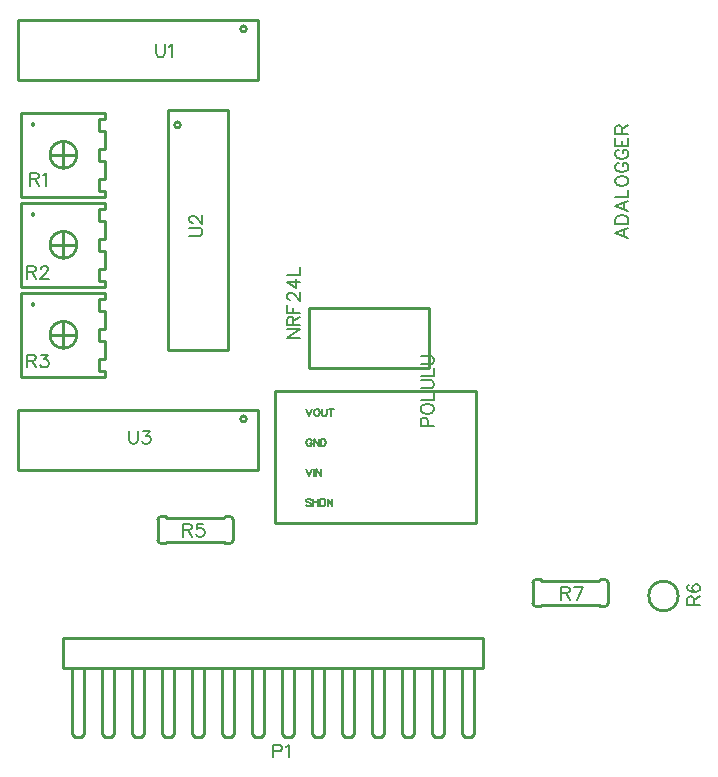
<source format=gto>
G04 ---------------------------- Layer name :TOP SILK LAYER*
G04 EasyEDA v5.6.15, Fri, 03 Aug 2018 07:00:42 GMT*
G04 fad3a197975a46e394a3725a2b087312*
G04 Gerber Generator version 0.2*
G04 Scale: 100 percent, Rotated: No, Reflected: No *
G04 Dimensions in millimeters *
G04 leading zeros omitted , absolute positions ,3 integer and 3 decimal *
%FSLAX33Y33*%
%MOMM*%
G90*
G71D02*

%ADD10C,0.254000*%
%ADD25C,0.228600*%
%ADD26C,0.177800*%
%ADD27C,0.152400*%

%LPD*%
G54D10*
G01X4064Y44196D02*
G01X8128Y44196D01*
G01X8636Y44196D01*
G01X8636Y43688D01*
G01X8128Y43688D01*
G01X8128Y42672D01*
G01X8636Y42672D01*
G01X8636Y41148D01*
G01X8128Y41148D01*
G01X8128Y40132D01*
G01X8636Y40132D01*
G01X8636Y38608D01*
G01X8128Y38608D01*
G01X8128Y37592D01*
G01X8636Y37592D01*
G01X8636Y37084D01*
G01X8128Y37084D01*
G01X4572Y37084D01*
G01X1524Y37084D01*
G01X1524Y44196D01*
G01X4572Y44196D01*
G01X5080Y41656D02*
G01X5080Y39624D01*
G01X6096Y40640D02*
G01X4064Y40640D01*
G01X4064Y36576D02*
G01X8128Y36576D01*
G01X8636Y36576D01*
G01X8636Y36068D01*
G01X8128Y36068D01*
G01X8128Y35052D01*
G01X8636Y35052D01*
G01X8636Y33528D01*
G01X8128Y33528D01*
G01X8128Y32512D01*
G01X8636Y32512D01*
G01X8636Y30988D01*
G01X8128Y30988D01*
G01X8128Y29972D01*
G01X8636Y29972D01*
G01X8636Y29464D01*
G01X8128Y29464D01*
G01X4572Y29464D01*
G01X1524Y29464D01*
G01X1524Y36576D01*
G01X4572Y36576D01*
G01X5080Y34036D02*
G01X5080Y32004D01*
G01X6096Y33020D02*
G01X4064Y33020D01*
G01X4064Y28956D02*
G01X8128Y28956D01*
G01X8636Y28956D01*
G01X8636Y28448D01*
G01X8128Y28448D01*
G01X8128Y27432D01*
G01X8636Y27432D01*
G01X8636Y25908D01*
G01X8128Y25908D01*
G01X8128Y24892D01*
G01X8636Y24892D01*
G01X8636Y23368D01*
G01X8128Y23368D01*
G01X8128Y22352D01*
G01X8636Y22352D01*
G01X8636Y21844D01*
G01X8128Y21844D01*
G01X4572Y21844D01*
G01X1524Y21844D01*
G01X1524Y28956D01*
G01X4572Y28956D01*
G01X5080Y26416D02*
G01X5080Y24384D01*
G01X6096Y25400D02*
G01X4064Y25400D01*
G01X51181Y4445D02*
G01X51181Y2667D01*
G01X50927Y2413D02*
G01X50546Y2413D01*
G01X50419Y2540D02*
G01X50546Y2413D01*
G01X50927Y4699D02*
G01X50546Y4699D01*
G01X50419Y4572D02*
G01X50546Y4699D01*
G01X45593Y2540D02*
G01X45466Y2413D01*
G01X45593Y2540D02*
G01X50419Y2540D01*
G01X45593Y4572D02*
G01X45466Y4699D01*
G01X45593Y4572D02*
G01X50419Y4572D01*
G01X45085Y2413D02*
G01X45466Y2413D01*
G01X45085Y4699D02*
G01X45466Y4699D01*
G01X44831Y4445D02*
G01X44831Y2667D01*
G01X25908Y22606D02*
G01X25908Y27686D01*
G01X36068Y27686D01*
G01X36068Y22606D01*
G01X25908Y22606D01*
G54D25*
G01X21590Y52070D02*
G01X1270Y52070D01*
G01X1270Y46990D01*
G01X21590Y46990D01*
G01X21590Y52070D01*
G01X13970Y44450D02*
G01X13970Y24130D01*
G01X19050Y24130D01*
G01X19050Y44450D01*
G01X13970Y44450D01*
G01X21590Y19050D02*
G01X1270Y19050D01*
G01X1270Y13970D01*
G01X21590Y13970D01*
G01X21590Y19050D01*
G54D10*
G01X19431Y9779D02*
G01X19431Y8001D01*
G01X19177Y7747D02*
G01X18796Y7747D01*
G01X18669Y7874D02*
G01X18796Y7747D01*
G01X19177Y10033D02*
G01X18796Y10033D01*
G01X18669Y9906D02*
G01X18796Y10033D01*
G01X13843Y7874D02*
G01X13716Y7747D01*
G01X13843Y7874D02*
G01X18669Y7874D01*
G01X13843Y9906D02*
G01X13716Y10033D01*
G01X13843Y9906D02*
G01X18669Y9906D01*
G01X13335Y7747D02*
G01X13716Y7747D01*
G01X13335Y10033D02*
G01X13716Y10033D01*
G01X13081Y9779D02*
G01X13081Y8001D01*
G01X23014Y20665D02*
G01X23014Y9489D01*
G01X40032Y9489D01*
G01X40032Y20665D01*
G01X23014Y20665D01*
G01X40640Y-229D02*
G01X5080Y-229D01*
G01X40640Y-229D02*
G01X40640Y-2769D01*
G01X5080Y-2795D02*
G01X40640Y-2795D01*
G01X5080Y-2794D02*
G01X5080Y-254D01*
G01X39878Y-2794D02*
G01X39878Y-8382D01*
G01X39624Y-8636D01*
G01X39116Y-8636D01*
G01X38862Y-8382D01*
G01X38862Y-2794D01*
G01X37338Y-2794D02*
G01X37338Y-8382D01*
G01X37084Y-8636D01*
G01X36576Y-8636D01*
G01X36322Y-8382D01*
G01X36322Y-2794D01*
G01X34798Y-2794D02*
G01X34798Y-8382D01*
G01X34544Y-8636D01*
G01X34036Y-8636D01*
G01X33782Y-8382D01*
G01X33782Y-2794D01*
G01X32258Y-2794D02*
G01X32258Y-8382D01*
G01X32004Y-8636D01*
G01X31496Y-8636D01*
G01X31242Y-8382D01*
G01X31242Y-2794D01*
G01X29718Y-2794D02*
G01X29718Y-8382D01*
G01X29464Y-8636D01*
G01X28956Y-8636D01*
G01X28702Y-8382D01*
G01X28702Y-2794D01*
G01X27178Y-2794D02*
G01X27178Y-8382D01*
G01X26924Y-8636D01*
G01X26416Y-8636D01*
G01X26162Y-8382D01*
G01X26162Y-2794D01*
G01X24638Y-2794D02*
G01X24638Y-8382D01*
G01X24384Y-8636D01*
G01X23876Y-8636D01*
G01X23622Y-8382D01*
G01X23622Y-2794D01*
G01X22098Y-2794D02*
G01X22098Y-8382D01*
G01X21844Y-8636D01*
G01X21336Y-8636D01*
G01X21082Y-8382D01*
G01X21082Y-2794D01*
G01X19558Y-2794D02*
G01X19558Y-8382D01*
G01X19304Y-8636D01*
G01X18796Y-8636D01*
G01X18542Y-8382D01*
G01X18542Y-2794D01*
G01X17018Y-2794D02*
G01X17018Y-8382D01*
G01X16764Y-8636D01*
G01X16256Y-8636D01*
G01X16002Y-8382D01*
G01X16002Y-2794D01*
G01X14478Y-2794D02*
G01X14478Y-8382D01*
G01X14224Y-8636D01*
G01X13716Y-8636D01*
G01X13462Y-8382D01*
G01X13462Y-2794D01*
G01X11938Y-2794D02*
G01X11938Y-8382D01*
G01X11684Y-8636D01*
G01X11176Y-8636D01*
G01X10922Y-8382D01*
G01X10922Y-2794D01*
G01X9398Y-2794D02*
G01X9398Y-8382D01*
G01X9144Y-8636D01*
G01X8636Y-8636D01*
G01X8382Y-8382D01*
G01X8382Y-2794D01*
G01X6858Y-2794D02*
G01X6858Y-8382D01*
G01X6604Y-8636D01*
G01X6096Y-8636D01*
G01X5842Y-8382D01*
G01X5842Y-2794D01*
G54D26*
G01X2286Y39116D02*
G01X2286Y38026D01*
G01X2286Y39116D02*
G01X2753Y39116D01*
G01X2908Y39065D01*
G01X2961Y39014D01*
G01X3012Y38910D01*
G01X3012Y38806D01*
G01X2961Y38701D01*
G01X2908Y38648D01*
G01X2753Y38597D01*
G01X2286Y38597D01*
G01X2649Y38597D02*
G01X3012Y38026D01*
G01X3355Y38910D02*
G01X3459Y38961D01*
G01X3616Y39116D01*
G01X3616Y38026D01*
G01X2032Y31242D02*
G01X2032Y30152D01*
G01X2032Y31242D02*
G01X2499Y31242D01*
G01X2654Y31191D01*
G01X2707Y31140D01*
G01X2758Y31036D01*
G01X2758Y30932D01*
G01X2707Y30827D01*
G01X2654Y30774D01*
G01X2499Y30723D01*
G01X2032Y30723D01*
G01X2395Y30723D02*
G01X2758Y30152D01*
G01X3154Y30982D02*
G01X3154Y31036D01*
G01X3205Y31140D01*
G01X3258Y31191D01*
G01X3362Y31242D01*
G01X3568Y31242D01*
G01X3672Y31191D01*
G01X3726Y31140D01*
G01X3776Y31036D01*
G01X3776Y30932D01*
G01X3726Y30827D01*
G01X3622Y30670D01*
G01X3101Y30152D01*
G01X3830Y30152D01*
G01X2032Y23736D02*
G01X2032Y22646D01*
G01X2032Y23736D02*
G01X2499Y23736D01*
G01X2654Y23685D01*
G01X2707Y23634D01*
G01X2758Y23530D01*
G01X2758Y23426D01*
G01X2707Y23322D01*
G01X2654Y23268D01*
G01X2499Y23218D01*
G01X2032Y23218D01*
G01X2395Y23218D02*
G01X2758Y22646D01*
G01X3205Y23736D02*
G01X3776Y23736D01*
G01X3467Y23322D01*
G01X3622Y23322D01*
G01X3726Y23268D01*
G01X3776Y23218D01*
G01X3830Y23063D01*
G01X3830Y22959D01*
G01X3776Y22801D01*
G01X3672Y22697D01*
G01X3517Y22646D01*
G01X3362Y22646D01*
G01X3205Y22697D01*
G01X3154Y22750D01*
G01X3101Y22854D01*
G01X57912Y2572D02*
G01X59001Y2572D01*
G01X57912Y2572D02*
G01X57912Y3040D01*
G01X57962Y3195D01*
G01X58013Y3248D01*
G01X58117Y3299D01*
G01X58221Y3299D01*
G01X58326Y3248D01*
G01X58379Y3195D01*
G01X58430Y3040D01*
G01X58430Y2572D01*
G01X58430Y2936D02*
G01X59001Y3299D01*
G01X58066Y4267D02*
G01X57962Y4213D01*
G01X57912Y4058D01*
G01X57912Y3954D01*
G01X57962Y3799D01*
G01X58117Y3695D01*
G01X58379Y3642D01*
G01X58638Y3642D01*
G01X58846Y3695D01*
G01X58950Y3799D01*
G01X59001Y3954D01*
G01X59001Y4008D01*
G01X58950Y4163D01*
G01X58846Y4267D01*
G01X58689Y4317D01*
G01X58638Y4317D01*
G01X58483Y4267D01*
G01X58379Y4163D01*
G01X58326Y4008D01*
G01X58326Y3954D01*
G01X58379Y3799D01*
G01X58483Y3695D01*
G01X58638Y3642D01*
G01X47244Y4064D02*
G01X47244Y2974D01*
G01X47244Y4064D02*
G01X47711Y4064D01*
G01X47866Y4013D01*
G01X47919Y3962D01*
G01X47970Y3858D01*
G01X47970Y3754D01*
G01X47919Y3649D01*
G01X47866Y3596D01*
G01X47711Y3545D01*
G01X47244Y3545D01*
G01X47607Y3545D02*
G01X47970Y2974D01*
G01X49042Y4064D02*
G01X48521Y2974D01*
G01X48313Y4064D02*
G01X49042Y4064D01*
G01X24015Y25146D02*
G01X25105Y25146D01*
G01X24015Y25146D02*
G01X25105Y25872D01*
G01X24015Y25872D02*
G01X25105Y25872D01*
G01X24015Y26215D02*
G01X25105Y26215D01*
G01X24015Y26215D02*
G01X24015Y26682D01*
G01X24066Y26840D01*
G01X24117Y26890D01*
G01X24221Y26944D01*
G01X24325Y26944D01*
G01X24429Y26890D01*
G01X24483Y26840D01*
G01X24533Y26682D01*
G01X24533Y26215D01*
G01X24533Y26581D02*
G01X25105Y26944D01*
G01X24015Y27287D02*
G01X25105Y27287D01*
G01X24015Y27287D02*
G01X24015Y27962D01*
G01X24533Y27287D02*
G01X24533Y27701D01*
G01X24274Y28356D02*
G01X24221Y28356D01*
G01X24117Y28409D01*
G01X24066Y28460D01*
G01X24015Y28564D01*
G01X24015Y28773D01*
G01X24066Y28877D01*
G01X24117Y28928D01*
G01X24221Y28981D01*
G01X24325Y28981D01*
G01X24429Y28928D01*
G01X24587Y28823D01*
G01X25105Y28305D01*
G01X25105Y29032D01*
G01X24015Y29895D02*
G01X24742Y29375D01*
G01X24742Y30154D01*
G01X24015Y29895D02*
G01X25105Y29895D01*
G01X24015Y30497D02*
G01X25105Y30497D01*
G01X25105Y30497D02*
G01X25105Y31120D01*
G01X12954Y50012D02*
G01X12954Y49235D01*
G01X13004Y49077D01*
G01X13108Y48973D01*
G01X13266Y48922D01*
G01X13370Y48922D01*
G01X13525Y48973D01*
G01X13629Y49077D01*
G01X13680Y49235D01*
G01X13680Y50012D01*
G01X14023Y49806D02*
G01X14127Y49857D01*
G01X14284Y50012D01*
G01X14284Y48922D01*
G01X15747Y33761D02*
G01X16525Y33761D01*
G01X16682Y33812D01*
G01X16786Y33916D01*
G01X16837Y34074D01*
G01X16837Y34178D01*
G01X16786Y34333D01*
G01X16682Y34437D01*
G01X16525Y34488D01*
G01X15747Y34488D01*
G01X16007Y34884D02*
G01X15953Y34884D01*
G01X15849Y34935D01*
G01X15798Y34988D01*
G01X15747Y35092D01*
G01X15747Y35298D01*
G01X15798Y35402D01*
G01X15849Y35455D01*
G01X15953Y35506D01*
G01X16057Y35506D01*
G01X16161Y35455D01*
G01X16319Y35351D01*
G01X16837Y34831D01*
G01X16837Y35560D01*
G01X10668Y17272D02*
G01X10668Y16494D01*
G01X10718Y16337D01*
G01X10822Y16233D01*
G01X10980Y16182D01*
G01X11084Y16182D01*
G01X11239Y16233D01*
G01X11343Y16337D01*
G01X11394Y16494D01*
G01X11394Y17272D01*
G01X11841Y17272D02*
G01X12412Y17272D01*
G01X12103Y16857D01*
G01X12258Y16857D01*
G01X12362Y16804D01*
G01X12412Y16753D01*
G01X12466Y16598D01*
G01X12466Y16494D01*
G01X12412Y16337D01*
G01X12308Y16233D01*
G01X12153Y16182D01*
G01X11998Y16182D01*
G01X11841Y16233D01*
G01X11790Y16286D01*
G01X11737Y16390D01*
G01X15240Y9398D02*
G01X15240Y8308D01*
G01X15240Y9398D02*
G01X15707Y9398D01*
G01X15862Y9347D01*
G01X15915Y9296D01*
G01X15966Y9192D01*
G01X15966Y9088D01*
G01X15915Y8983D01*
G01X15862Y8930D01*
G01X15707Y8879D01*
G01X15240Y8879D01*
G01X15603Y8879D02*
G01X15966Y8308D01*
G01X16934Y9398D02*
G01X16413Y9398D01*
G01X16362Y8930D01*
G01X16413Y8983D01*
G01X16570Y9034D01*
G01X16725Y9034D01*
G01X16880Y8983D01*
G01X16984Y8879D01*
G01X17038Y8724D01*
G01X17038Y8620D01*
G01X16984Y8463D01*
G01X16880Y8359D01*
G01X16725Y8308D01*
G01X16570Y8308D01*
G01X16413Y8359D01*
G01X16362Y8412D01*
G01X16309Y8516D01*
G01X51816Y34046D02*
G01X52905Y33629D01*
G01X51816Y34046D02*
G01X52905Y34460D01*
G01X52542Y33784D02*
G01X52542Y34305D01*
G01X51816Y34803D02*
G01X52905Y34803D01*
G01X51816Y34803D02*
G01X51816Y35166D01*
G01X51866Y35323D01*
G01X51970Y35427D01*
G01X52075Y35478D01*
G01X52230Y35532D01*
G01X52489Y35532D01*
G01X52646Y35478D01*
G01X52750Y35427D01*
G01X52854Y35323D01*
G01X52905Y35166D01*
G01X52905Y34803D01*
G01X51816Y36288D02*
G01X52905Y35874D01*
G01X51816Y36288D02*
G01X52905Y36705D01*
G01X52542Y36029D02*
G01X52542Y36550D01*
G01X51816Y37048D02*
G01X52905Y37048D01*
G01X52905Y37048D02*
G01X52905Y37670D01*
G01X51816Y38326D02*
G01X51866Y38221D01*
G01X51970Y38117D01*
G01X52075Y38066D01*
G01X52230Y38013D01*
G01X52489Y38013D01*
G01X52646Y38066D01*
G01X52750Y38117D01*
G01X52854Y38221D01*
G01X52905Y38326D01*
G01X52905Y38534D01*
G01X52854Y38638D01*
G01X52750Y38742D01*
G01X52646Y38793D01*
G01X52489Y38846D01*
G01X52230Y38846D01*
G01X52075Y38793D01*
G01X51970Y38742D01*
G01X51866Y38638D01*
G01X51816Y38534D01*
G01X51816Y38326D01*
G01X52075Y39966D02*
G01X51970Y39916D01*
G01X51866Y39811D01*
G01X51816Y39707D01*
G01X51816Y39499D01*
G01X51866Y39395D01*
G01X51970Y39293D01*
G01X52075Y39240D01*
G01X52230Y39189D01*
G01X52489Y39189D01*
G01X52646Y39240D01*
G01X52750Y39293D01*
G01X52854Y39395D01*
G01X52905Y39499D01*
G01X52905Y39707D01*
G01X52854Y39811D01*
G01X52750Y39916D01*
G01X52646Y39966D01*
G01X52489Y39966D01*
G01X52489Y39707D02*
G01X52489Y39966D01*
G01X52075Y41089D02*
G01X51970Y41038D01*
G01X51866Y40934D01*
G01X51816Y40830D01*
G01X51816Y40622D01*
G01X51866Y40518D01*
G01X51970Y40413D01*
G01X52075Y40363D01*
G01X52230Y40309D01*
G01X52489Y40309D01*
G01X52646Y40363D01*
G01X52750Y40413D01*
G01X52854Y40518D01*
G01X52905Y40622D01*
G01X52905Y40830D01*
G01X52854Y40934D01*
G01X52750Y41038D01*
G01X52646Y41089D01*
G01X52489Y41089D01*
G01X52489Y40830D02*
G01X52489Y41089D01*
G01X51816Y41432D02*
G01X52905Y41432D01*
G01X51816Y41432D02*
G01X51816Y42108D01*
G01X52334Y41432D02*
G01X52334Y41849D01*
G01X52905Y41432D02*
G01X52905Y42108D01*
G01X51816Y42450D02*
G01X52905Y42450D01*
G01X51816Y42450D02*
G01X51816Y42918D01*
G01X51866Y43075D01*
G01X51917Y43126D01*
G01X52021Y43179D01*
G01X52125Y43179D01*
G01X52230Y43126D01*
G01X52283Y43075D01*
G01X52334Y42918D01*
G01X52334Y42450D01*
G01X52334Y42814D02*
G01X52905Y43179D01*
G01X35331Y17658D02*
G01X36421Y17658D01*
G01X35331Y17658D02*
G01X35331Y18125D01*
G01X35382Y18280D01*
G01X35433Y18333D01*
G01X35537Y18384D01*
G01X35694Y18384D01*
G01X35798Y18333D01*
G01X35849Y18280D01*
G01X35902Y18125D01*
G01X35902Y17658D01*
G01X35331Y19039D02*
G01X35382Y18935D01*
G01X35486Y18831D01*
G01X35590Y18780D01*
G01X35745Y18727D01*
G01X36004Y18727D01*
G01X36162Y18780D01*
G01X36266Y18831D01*
G01X36370Y18935D01*
G01X36421Y19039D01*
G01X36421Y19248D01*
G01X36370Y19352D01*
G01X36266Y19456D01*
G01X36162Y19507D01*
G01X36004Y19560D01*
G01X35745Y19560D01*
G01X35590Y19507D01*
G01X35486Y19456D01*
G01X35382Y19352D01*
G01X35331Y19248D01*
G01X35331Y19039D01*
G01X35331Y19903D02*
G01X36421Y19903D01*
G01X36421Y19903D02*
G01X36421Y20525D01*
G01X35331Y20868D02*
G01X36108Y20868D01*
G01X36266Y20921D01*
G01X36370Y21023D01*
G01X36421Y21181D01*
G01X36421Y21285D01*
G01X36370Y21440D01*
G01X36266Y21544D01*
G01X36108Y21595D01*
G01X35331Y21595D01*
G01X35331Y21937D02*
G01X36421Y21937D01*
G01X36421Y21937D02*
G01X36421Y22562D01*
G01X35331Y22905D02*
G01X36108Y22905D01*
G01X36266Y22956D01*
G01X36370Y23060D01*
G01X36421Y23218D01*
G01X36421Y23322D01*
G01X36370Y23477D01*
G01X36266Y23581D01*
G01X36108Y23632D01*
G01X35331Y23632D01*
G54D27*
G01X26057Y11435D02*
G01X25999Y11493D01*
G01X25913Y11521D01*
G01X25798Y11521D01*
G01X25712Y11493D01*
G01X25653Y11435D01*
G01X25653Y11379D01*
G01X25681Y11320D01*
G01X25712Y11290D01*
G01X25768Y11262D01*
G01X25943Y11203D01*
G01X25999Y11175D01*
G01X26029Y11148D01*
G01X26057Y11089D01*
G01X26057Y11003D01*
G01X25999Y10944D01*
G01X25913Y10916D01*
G01X25798Y10916D01*
G01X25712Y10944D01*
G01X25653Y11003D01*
G01X26248Y11521D02*
G01X26248Y10916D01*
G01X26652Y11521D02*
G01X26652Y10916D01*
G01X26248Y11234D02*
G01X26652Y11234D01*
G01X26842Y11521D02*
G01X26842Y10916D01*
G01X26842Y11521D02*
G01X27045Y11521D01*
G01X27132Y11493D01*
G01X27190Y11435D01*
G01X27218Y11379D01*
G01X27246Y11290D01*
G01X27246Y11148D01*
G01X27218Y11061D01*
G01X27190Y11003D01*
G01X27132Y10944D01*
G01X27045Y10916D01*
G01X26842Y10916D01*
G01X27437Y11521D02*
G01X27437Y10916D01*
G01X27437Y11521D02*
G01X27840Y10916D01*
G01X27840Y11521D02*
G01X27840Y10916D01*
G01X25654Y14061D02*
G01X25885Y13456D01*
G01X26116Y14061D02*
G01X25885Y13456D01*
G01X26306Y14061D02*
G01X26306Y13456D01*
G01X26497Y14061D02*
G01X26497Y13456D01*
G01X26497Y14061D02*
G01X26901Y13456D01*
G01X26901Y14061D02*
G01X26901Y13456D01*
G01X26085Y16459D02*
G01X26057Y16515D01*
G01X25999Y16573D01*
G01X25943Y16601D01*
G01X25826Y16601D01*
G01X25768Y16573D01*
G01X25712Y16515D01*
G01X25681Y16459D01*
G01X25654Y16370D01*
G01X25654Y16228D01*
G01X25681Y16141D01*
G01X25712Y16083D01*
G01X25768Y16024D01*
G01X25826Y15996D01*
G01X25943Y15996D01*
G01X25999Y16024D01*
G01X26057Y16083D01*
G01X26085Y16141D01*
G01X26085Y16228D01*
G01X25943Y16228D02*
G01X26085Y16228D01*
G01X26276Y16601D02*
G01X26276Y15996D01*
G01X26276Y16601D02*
G01X26682Y15996D01*
G01X26682Y16601D02*
G01X26682Y15996D01*
G01X26873Y16601D02*
G01X26873Y15996D01*
G01X26873Y16601D02*
G01X27073Y16601D01*
G01X27160Y16573D01*
G01X27218Y16515D01*
G01X27246Y16459D01*
G01X27277Y16370D01*
G01X27277Y16228D01*
G01X27246Y16141D01*
G01X27218Y16083D01*
G01X27160Y16024D01*
G01X27073Y15996D01*
G01X26873Y15996D01*
G01X25654Y19141D02*
G01X25885Y18536D01*
G01X26116Y19141D02*
G01X25885Y18536D01*
G01X26479Y19141D02*
G01X26421Y19113D01*
G01X26365Y19055D01*
G01X26334Y18999D01*
G01X26306Y18910D01*
G01X26306Y18768D01*
G01X26334Y18681D01*
G01X26365Y18623D01*
G01X26421Y18564D01*
G01X26479Y18536D01*
G01X26593Y18536D01*
G01X26652Y18564D01*
G01X26710Y18623D01*
G01X26738Y18681D01*
G01X26769Y18768D01*
G01X26769Y18910D01*
G01X26738Y18999D01*
G01X26710Y19055D01*
G01X26652Y19113D01*
G01X26593Y19141D01*
G01X26479Y19141D01*
G01X26959Y19141D02*
G01X26959Y18709D01*
G01X26987Y18623D01*
G01X27045Y18564D01*
G01X27132Y18536D01*
G01X27190Y18536D01*
G01X27277Y18564D01*
G01X27332Y18623D01*
G01X27363Y18709D01*
G01X27363Y19141D01*
G01X27754Y19141D02*
G01X27754Y18536D01*
G01X27553Y19141D02*
G01X27957Y19141D01*
G54D26*
G01X22860Y-9283D02*
G01X22860Y-10373D01*
G01X22860Y-9283D02*
G01X23327Y-9283D01*
G01X23482Y-9334D01*
G01X23535Y-9385D01*
G01X23586Y-9489D01*
G01X23586Y-9646D01*
G01X23535Y-9751D01*
G01X23482Y-9801D01*
G01X23327Y-9855D01*
G01X22860Y-9855D01*
G01X23929Y-9489D02*
G01X24033Y-9438D01*
G01X24190Y-9283D01*
G01X24190Y-10373D01*
G54D10*
G75*
G01X2438Y43205D02*
G3X2438Y43208I76J1D01*
G01*
G75*
G01X3945Y40640D02*
G3X3945Y40660I1136J10D01*
G01*
G75*
G01X2438Y35585D02*
G3X2438Y35588I76J1D01*
G01*
G75*
G01X3945Y33020D02*
G3X3945Y33040I1136J10D01*
G01*
G75*
G01X2438Y27965D02*
G3X2438Y27968I76J1D01*
G01*
G75*
G01X3945Y25400D02*
G3X3945Y25420I1136J10D01*
G01*
G75*
G01X51181Y2667D02*
G2X50927Y2413I-254J0D01*
G01*
G75*
G01X51181Y4445D02*
G3X50927Y4699I-254J0D01*
G01*
G75*
G01X45085Y4699D02*
G3X44831Y4445I0J-254D01*
G01*
G75*
G01X45085Y2413D02*
G2X44831Y2667I0J254D01*
G01*
G75*
G01X19431Y8001D02*
G2X19177Y7747I-254J0D01*
G01*
G75*
G01X19431Y9779D02*
G3X19177Y10033I-254J0D01*
G01*
G75*
G01X13335Y10033D02*
G3X13081Y9779I0J-254D01*
G01*
G75*
G01X13335Y7747D02*
G2X13081Y8001I0J254D01*
G01*
G75*
G01X57130Y3302D02*
G03X57130Y3302I-1250J0D01*
G01*
G75*
G01X20574Y51308D02*
G03X20574Y51308I-254J0D01*
G01*
G75*
G01X14986Y43180D02*
G03X14986Y43180I-254J0D01*
G01*
G75*
G01X20574Y18288D02*
G03X20574Y18288I-254J0D01*
G01*
M00*
M02*

</source>
